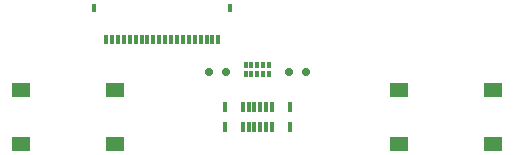
<source format=gbr>
%TF.GenerationSoftware,KiCad,Pcbnew,7.0.6*%
%TF.CreationDate,2023-07-14T15:13:01+01:00*%
%TF.ProjectId,Galia,47616c69-612e-46b6-9963-61645f706362,rev?*%
%TF.SameCoordinates,Original*%
%TF.FileFunction,Paste,Top*%
%TF.FilePolarity,Positive*%
%FSLAX46Y46*%
G04 Gerber Fmt 4.6, Leading zero omitted, Abs format (unit mm)*
G04 Created by KiCad (PCBNEW 7.0.6) date 2023-07-14 15:13:01*
%MOMM*%
%LPD*%
G01*
G04 APERTURE LIST*
G04 Aperture macros list*
%AMRoundRect*
0 Rectangle with rounded corners*
0 $1 Rounding radius*
0 $2 $3 $4 $5 $6 $7 $8 $9 X,Y pos of 4 corners*
0 Add a 4 corners polygon primitive as box body*
4,1,4,$2,$3,$4,$5,$6,$7,$8,$9,$2,$3,0*
0 Add four circle primitives for the rounded corners*
1,1,$1+$1,$2,$3*
1,1,$1+$1,$4,$5*
1,1,$1+$1,$6,$7*
1,1,$1+$1,$8,$9*
0 Add four rect primitives between the rounded corners*
20,1,$1+$1,$2,$3,$4,$5,0*
20,1,$1+$1,$4,$5,$6,$7,0*
20,1,$1+$1,$6,$7,$8,$9,0*
20,1,$1+$1,$8,$9,$2,$3,0*%
G04 Aperture macros list end*
%ADD10C,0.010000*%
%ADD11R,1.550000X1.300000*%
%ADD12R,0.400000X0.800000*%
%ADD13RoundRect,0.150000X0.150000X0.200000X-0.150000X0.200000X-0.150000X-0.200000X0.150000X-0.200000X0*%
%ADD14R,0.300000X0.870000*%
%ADD15R,0.300000X0.550000*%
%ADD16RoundRect,0.150000X-0.150000X-0.200000X0.150000X-0.200000X0.150000X0.200000X-0.150000X0.200000X0*%
G04 APERTURE END LIST*
%TO.C,J2*%
D10*
X86775000Y-46700000D02*
X86525000Y-46700000D01*
X86525000Y-46050000D01*
X86775000Y-46050000D01*
X86775000Y-46700000D01*
G36*
X86775000Y-46700000D02*
G01*
X86525000Y-46700000D01*
X86525000Y-46050000D01*
X86775000Y-46050000D01*
X86775000Y-46700000D01*
G37*
X86275000Y-46700000D02*
X86025000Y-46700000D01*
X86025000Y-46050000D01*
X86275000Y-46050000D01*
X86275000Y-46700000D01*
G36*
X86275000Y-46700000D02*
G01*
X86025000Y-46700000D01*
X86025000Y-46050000D01*
X86275000Y-46050000D01*
X86275000Y-46700000D01*
G37*
X85775000Y-46700000D02*
X85525000Y-46700000D01*
X85525000Y-46050000D01*
X85775000Y-46050000D01*
X85775000Y-46700000D01*
G36*
X85775000Y-46700000D02*
G01*
X85525000Y-46700000D01*
X85525000Y-46050000D01*
X85775000Y-46050000D01*
X85775000Y-46700000D01*
G37*
X85275000Y-46700000D02*
X85025000Y-46700000D01*
X85025000Y-46050000D01*
X85275000Y-46050000D01*
X85275000Y-46700000D01*
G36*
X85275000Y-46700000D02*
G01*
X85025000Y-46700000D01*
X85025000Y-46050000D01*
X85275000Y-46050000D01*
X85275000Y-46700000D01*
G37*
X84775000Y-46700000D02*
X84525000Y-46700000D01*
X84525000Y-46050000D01*
X84775000Y-46050000D01*
X84775000Y-46700000D01*
G36*
X84775000Y-46700000D02*
G01*
X84525000Y-46700000D01*
X84525000Y-46050000D01*
X84775000Y-46050000D01*
X84775000Y-46700000D01*
G37*
X84275000Y-46700000D02*
X84025000Y-46700000D01*
X84025000Y-46050000D01*
X84275000Y-46050000D01*
X84275000Y-46700000D01*
G36*
X84275000Y-46700000D02*
G01*
X84025000Y-46700000D01*
X84025000Y-46050000D01*
X84275000Y-46050000D01*
X84275000Y-46700000D01*
G37*
X83775000Y-46700000D02*
X83525000Y-46700000D01*
X83525000Y-46050000D01*
X83775000Y-46050000D01*
X83775000Y-46700000D01*
G36*
X83775000Y-46700000D02*
G01*
X83525000Y-46700000D01*
X83525000Y-46050000D01*
X83775000Y-46050000D01*
X83775000Y-46700000D01*
G37*
X83275000Y-46700000D02*
X83025000Y-46700000D01*
X83025000Y-46050000D01*
X83275000Y-46050000D01*
X83275000Y-46700000D01*
G36*
X83275000Y-46700000D02*
G01*
X83025000Y-46700000D01*
X83025000Y-46050000D01*
X83275000Y-46050000D01*
X83275000Y-46700000D01*
G37*
X82775000Y-46700000D02*
X82525000Y-46700000D01*
X82525000Y-46050000D01*
X82775000Y-46050000D01*
X82775000Y-46700000D01*
G36*
X82775000Y-46700000D02*
G01*
X82525000Y-46700000D01*
X82525000Y-46050000D01*
X82775000Y-46050000D01*
X82775000Y-46700000D01*
G37*
X82275000Y-46700000D02*
X82025000Y-46700000D01*
X82025000Y-46050000D01*
X82275000Y-46050000D01*
X82275000Y-46700000D01*
G36*
X82275000Y-46700000D02*
G01*
X82025000Y-46700000D01*
X82025000Y-46050000D01*
X82275000Y-46050000D01*
X82275000Y-46700000D01*
G37*
X81775000Y-46700000D02*
X81525000Y-46700000D01*
X81525000Y-46050000D01*
X81775000Y-46050000D01*
X81775000Y-46700000D01*
G36*
X81775000Y-46700000D02*
G01*
X81525000Y-46700000D01*
X81525000Y-46050000D01*
X81775000Y-46050000D01*
X81775000Y-46700000D01*
G37*
X81275000Y-46700000D02*
X81025000Y-46700000D01*
X81025000Y-46050000D01*
X81275000Y-46050000D01*
X81275000Y-46700000D01*
G36*
X81275000Y-46700000D02*
G01*
X81025000Y-46700000D01*
X81025000Y-46050000D01*
X81275000Y-46050000D01*
X81275000Y-46700000D01*
G37*
X80775000Y-46700000D02*
X80525000Y-46700000D01*
X80525000Y-46050000D01*
X80775000Y-46050000D01*
X80775000Y-46700000D01*
G36*
X80775000Y-46700000D02*
G01*
X80525000Y-46700000D01*
X80525000Y-46050000D01*
X80775000Y-46050000D01*
X80775000Y-46700000D01*
G37*
X80275000Y-46700000D02*
X80025000Y-46700000D01*
X80025000Y-46050000D01*
X80275000Y-46050000D01*
X80275000Y-46700000D01*
G36*
X80275000Y-46700000D02*
G01*
X80025000Y-46700000D01*
X80025000Y-46050000D01*
X80275000Y-46050000D01*
X80275000Y-46700000D01*
G37*
X79775000Y-46700000D02*
X79525000Y-46700000D01*
X79525000Y-46050000D01*
X79775000Y-46050000D01*
X79775000Y-46700000D01*
G36*
X79775000Y-46700000D02*
G01*
X79525000Y-46700000D01*
X79525000Y-46050000D01*
X79775000Y-46050000D01*
X79775000Y-46700000D01*
G37*
X79275000Y-46700000D02*
X79025000Y-46700000D01*
X79025000Y-46050000D01*
X79275000Y-46050000D01*
X79275000Y-46700000D01*
G36*
X79275000Y-46700000D02*
G01*
X79025000Y-46700000D01*
X79025000Y-46050000D01*
X79275000Y-46050000D01*
X79275000Y-46700000D01*
G37*
X78775000Y-46700000D02*
X78525000Y-46700000D01*
X78525000Y-46050000D01*
X78775000Y-46050000D01*
X78775000Y-46700000D01*
G36*
X78775000Y-46700000D02*
G01*
X78525000Y-46700000D01*
X78525000Y-46050000D01*
X78775000Y-46050000D01*
X78775000Y-46700000D01*
G37*
X78275000Y-46700000D02*
X78025000Y-46700000D01*
X78025000Y-46050000D01*
X78275000Y-46050000D01*
X78275000Y-46700000D01*
G36*
X78275000Y-46700000D02*
G01*
X78025000Y-46700000D01*
X78025000Y-46050000D01*
X78275000Y-46050000D01*
X78275000Y-46700000D01*
G37*
X77775000Y-46700000D02*
X77525000Y-46700000D01*
X77525000Y-46050000D01*
X77775000Y-46050000D01*
X77775000Y-46700000D01*
G36*
X77775000Y-46700000D02*
G01*
X77525000Y-46700000D01*
X77525000Y-46050000D01*
X77775000Y-46050000D01*
X77775000Y-46700000D01*
G37*
X77275000Y-46700000D02*
X77025000Y-46700000D01*
X77025000Y-46050000D01*
X77275000Y-46050000D01*
X77275000Y-46700000D01*
G36*
X77275000Y-46700000D02*
G01*
X77025000Y-46700000D01*
X77025000Y-46050000D01*
X77275000Y-46050000D01*
X77275000Y-46700000D01*
G37*
%TD*%
D11*
%TO.C,SW2*%
X77980000Y-55250000D03*
X70020000Y-55250000D03*
X77980000Y-50750000D03*
X70020000Y-50750000D03*
%TD*%
%TO.C,SW1*%
X102020000Y-50750000D03*
X109980000Y-50750000D03*
X102020000Y-55250000D03*
X109980000Y-55250000D03*
%TD*%
D12*
%TO.C,J2*%
X87650000Y-43800000D03*
X76150000Y-43800000D03*
%TD*%
D13*
%TO.C,D2*%
X85900000Y-49200000D03*
X87300000Y-49200000D03*
%TD*%
D14*
%TO.C,J1*%
X92750000Y-53865000D03*
X91250000Y-53865000D03*
X90750000Y-53865000D03*
X90250000Y-53865000D03*
X89750000Y-53865000D03*
X89250000Y-53865000D03*
X88750000Y-53865000D03*
X87250000Y-53865000D03*
X87250000Y-52135000D03*
X88750000Y-52135000D03*
X89250000Y-52135000D03*
X89750000Y-52135000D03*
X90250000Y-52135000D03*
X90750000Y-52135000D03*
X91250000Y-52135000D03*
X92750000Y-52135000D03*
%TD*%
D15*
%TO.C,U2*%
X89000000Y-49385000D03*
X89500000Y-49385000D03*
X90000000Y-49385000D03*
X90500000Y-49385000D03*
X91000000Y-49385000D03*
X91000000Y-48615000D03*
X90500000Y-48615000D03*
X90000000Y-48615000D03*
X89500000Y-48615000D03*
X89000000Y-48615000D03*
%TD*%
D16*
%TO.C,D1*%
X94100000Y-49200000D03*
X92700000Y-49200000D03*
%TD*%
M02*

</source>
